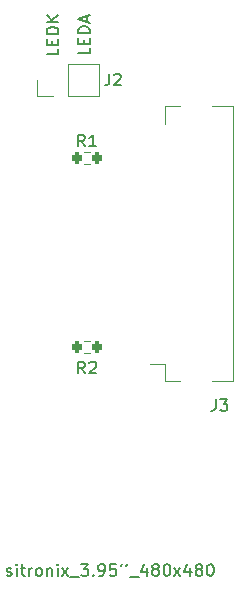
<source format=gbr>
%TF.GenerationSoftware,KiCad,Pcbnew,(6.0.9)*%
%TF.CreationDate,2022-11-21T20:56:18+08:00*%
%TF.ProjectId,Sitronix_3.95''_480x480,53697472-6f6e-4697-985f-332e39352727,rev?*%
%TF.SameCoordinates,Original*%
%TF.FileFunction,Legend,Top*%
%TF.FilePolarity,Positive*%
%FSLAX46Y46*%
G04 Gerber Fmt 4.6, Leading zero omitted, Abs format (unit mm)*
G04 Created by KiCad (PCBNEW (6.0.9)) date 2022-11-21 20:56:18*
%MOMM*%
%LPD*%
G01*
G04 APERTURE LIST*
G04 Aperture macros list*
%AMRoundRect*
0 Rectangle with rounded corners*
0 $1 Rounding radius*
0 $2 $3 $4 $5 $6 $7 $8 $9 X,Y pos of 4 corners*
0 Add a 4 corners polygon primitive as box body*
4,1,4,$2,$3,$4,$5,$6,$7,$8,$9,$2,$3,0*
0 Add four circle primitives for the rounded corners*
1,1,$1+$1,$2,$3*
1,1,$1+$1,$4,$5*
1,1,$1+$1,$6,$7*
1,1,$1+$1,$8,$9*
0 Add four rect primitives between the rounded corners*
20,1,$1+$1,$2,$3,$4,$5,0*
20,1,$1+$1,$4,$5,$6,$7,0*
20,1,$1+$1,$6,$7,$8,$9,0*
20,1,$1+$1,$8,$9,$2,$3,0*%
G04 Aperture macros list end*
%ADD10C,0.150000*%
%ADD11C,0.120000*%
%ADD12R,1.300000X0.300000*%
%ADD13R,2.200000X1.800000*%
%ADD14RoundRect,0.200000X0.200000X0.275000X-0.200000X0.275000X-0.200000X-0.275000X0.200000X-0.275000X0*%
%ADD15RoundRect,0.200000X-0.200000X-0.275000X0.200000X-0.275000X0.200000X0.275000X-0.200000X0.275000X0*%
%ADD16R,1.700000X1.700000*%
%ADD17O,1.700000X1.700000*%
G04 APERTURE END LIST*
D10*
X86996095Y-114831761D02*
X87091333Y-114879380D01*
X87281809Y-114879380D01*
X87377047Y-114831761D01*
X87424666Y-114736523D01*
X87424666Y-114688904D01*
X87377047Y-114593666D01*
X87281809Y-114546047D01*
X87138952Y-114546047D01*
X87043714Y-114498428D01*
X86996095Y-114403190D01*
X86996095Y-114355571D01*
X87043714Y-114260333D01*
X87138952Y-114212714D01*
X87281809Y-114212714D01*
X87377047Y-114260333D01*
X87853238Y-114879380D02*
X87853238Y-114212714D01*
X87853238Y-113879380D02*
X87805619Y-113927000D01*
X87853238Y-113974619D01*
X87900857Y-113927000D01*
X87853238Y-113879380D01*
X87853238Y-113974619D01*
X88186571Y-114212714D02*
X88567523Y-114212714D01*
X88329428Y-113879380D02*
X88329428Y-114736523D01*
X88377047Y-114831761D01*
X88472285Y-114879380D01*
X88567523Y-114879380D01*
X88900857Y-114879380D02*
X88900857Y-114212714D01*
X88900857Y-114403190D02*
X88948476Y-114307952D01*
X88996095Y-114260333D01*
X89091333Y-114212714D01*
X89186571Y-114212714D01*
X89662761Y-114879380D02*
X89567523Y-114831761D01*
X89519904Y-114784142D01*
X89472285Y-114688904D01*
X89472285Y-114403190D01*
X89519904Y-114307952D01*
X89567523Y-114260333D01*
X89662761Y-114212714D01*
X89805619Y-114212714D01*
X89900857Y-114260333D01*
X89948476Y-114307952D01*
X89996095Y-114403190D01*
X89996095Y-114688904D01*
X89948476Y-114784142D01*
X89900857Y-114831761D01*
X89805619Y-114879380D01*
X89662761Y-114879380D01*
X90424666Y-114212714D02*
X90424666Y-114879380D01*
X90424666Y-114307952D02*
X90472285Y-114260333D01*
X90567523Y-114212714D01*
X90710380Y-114212714D01*
X90805619Y-114260333D01*
X90853238Y-114355571D01*
X90853238Y-114879380D01*
X91329428Y-114879380D02*
X91329428Y-114212714D01*
X91329428Y-113879380D02*
X91281809Y-113927000D01*
X91329428Y-113974619D01*
X91377047Y-113927000D01*
X91329428Y-113879380D01*
X91329428Y-113974619D01*
X91710380Y-114879380D02*
X92234190Y-114212714D01*
X91710380Y-114212714D02*
X92234190Y-114879380D01*
X92377047Y-114974619D02*
X93138952Y-114974619D01*
X93281809Y-113879380D02*
X93900857Y-113879380D01*
X93567523Y-114260333D01*
X93710380Y-114260333D01*
X93805619Y-114307952D01*
X93853238Y-114355571D01*
X93900857Y-114450809D01*
X93900857Y-114688904D01*
X93853238Y-114784142D01*
X93805619Y-114831761D01*
X93710380Y-114879380D01*
X93424666Y-114879380D01*
X93329428Y-114831761D01*
X93281809Y-114784142D01*
X94329428Y-114784142D02*
X94377047Y-114831761D01*
X94329428Y-114879380D01*
X94281809Y-114831761D01*
X94329428Y-114784142D01*
X94329428Y-114879380D01*
X94853238Y-114879380D02*
X95043714Y-114879380D01*
X95138952Y-114831761D01*
X95186571Y-114784142D01*
X95281809Y-114641285D01*
X95329428Y-114450809D01*
X95329428Y-114069857D01*
X95281809Y-113974619D01*
X95234190Y-113927000D01*
X95138952Y-113879380D01*
X94948476Y-113879380D01*
X94853238Y-113927000D01*
X94805619Y-113974619D01*
X94758000Y-114069857D01*
X94758000Y-114307952D01*
X94805619Y-114403190D01*
X94853238Y-114450809D01*
X94948476Y-114498428D01*
X95138952Y-114498428D01*
X95234190Y-114450809D01*
X95281809Y-114403190D01*
X95329428Y-114307952D01*
X96234190Y-113879380D02*
X95758000Y-113879380D01*
X95710380Y-114355571D01*
X95758000Y-114307952D01*
X95853238Y-114260333D01*
X96091333Y-114260333D01*
X96186571Y-114307952D01*
X96234190Y-114355571D01*
X96281809Y-114450809D01*
X96281809Y-114688904D01*
X96234190Y-114784142D01*
X96186571Y-114831761D01*
X96091333Y-114879380D01*
X95853238Y-114879380D01*
X95758000Y-114831761D01*
X95710380Y-114784142D01*
X96758000Y-113879380D02*
X96662761Y-114069857D01*
X97234190Y-113879380D02*
X97138952Y-114069857D01*
X97424666Y-114974619D02*
X98186571Y-114974619D01*
X98853238Y-114212714D02*
X98853238Y-114879380D01*
X98615142Y-113831761D02*
X98377047Y-114546047D01*
X98996095Y-114546047D01*
X99519904Y-114307952D02*
X99424666Y-114260333D01*
X99377047Y-114212714D01*
X99329428Y-114117476D01*
X99329428Y-114069857D01*
X99377047Y-113974619D01*
X99424666Y-113927000D01*
X99519904Y-113879380D01*
X99710380Y-113879380D01*
X99805619Y-113927000D01*
X99853238Y-113974619D01*
X99900857Y-114069857D01*
X99900857Y-114117476D01*
X99853238Y-114212714D01*
X99805619Y-114260333D01*
X99710380Y-114307952D01*
X99519904Y-114307952D01*
X99424666Y-114355571D01*
X99377047Y-114403190D01*
X99329428Y-114498428D01*
X99329428Y-114688904D01*
X99377047Y-114784142D01*
X99424666Y-114831761D01*
X99519904Y-114879380D01*
X99710380Y-114879380D01*
X99805619Y-114831761D01*
X99853238Y-114784142D01*
X99900857Y-114688904D01*
X99900857Y-114498428D01*
X99853238Y-114403190D01*
X99805619Y-114355571D01*
X99710380Y-114307952D01*
X100519904Y-113879380D02*
X100615142Y-113879380D01*
X100710380Y-113927000D01*
X100757999Y-113974619D01*
X100805619Y-114069857D01*
X100853238Y-114260333D01*
X100853238Y-114498428D01*
X100805619Y-114688904D01*
X100757999Y-114784142D01*
X100710380Y-114831761D01*
X100615142Y-114879380D01*
X100519904Y-114879380D01*
X100424666Y-114831761D01*
X100377047Y-114784142D01*
X100329428Y-114688904D01*
X100281809Y-114498428D01*
X100281809Y-114260333D01*
X100329428Y-114069857D01*
X100377047Y-113974619D01*
X100424666Y-113927000D01*
X100519904Y-113879380D01*
X101186571Y-114879380D02*
X101710380Y-114212714D01*
X101186571Y-114212714D02*
X101710380Y-114879380D01*
X102519904Y-114212714D02*
X102519904Y-114879380D01*
X102281809Y-113831761D02*
X102043714Y-114546047D01*
X102662761Y-114546047D01*
X103186571Y-114307952D02*
X103091333Y-114260333D01*
X103043714Y-114212714D01*
X102996095Y-114117476D01*
X102996095Y-114069857D01*
X103043714Y-113974619D01*
X103091333Y-113927000D01*
X103186571Y-113879380D01*
X103377047Y-113879380D01*
X103472285Y-113927000D01*
X103519904Y-113974619D01*
X103567523Y-114069857D01*
X103567523Y-114117476D01*
X103519904Y-114212714D01*
X103472285Y-114260333D01*
X103377047Y-114307952D01*
X103186571Y-114307952D01*
X103091333Y-114355571D01*
X103043714Y-114403190D01*
X102996095Y-114498428D01*
X102996095Y-114688904D01*
X103043714Y-114784142D01*
X103091333Y-114831761D01*
X103186571Y-114879380D01*
X103377047Y-114879380D01*
X103472285Y-114831761D01*
X103519904Y-114784142D01*
X103567523Y-114688904D01*
X103567523Y-114498428D01*
X103519904Y-114403190D01*
X103472285Y-114355571D01*
X103377047Y-114307952D01*
X104186571Y-113879380D02*
X104281809Y-113879380D01*
X104377047Y-113927000D01*
X104424666Y-113974619D01*
X104472285Y-114069857D01*
X104519904Y-114260333D01*
X104519904Y-114498428D01*
X104472285Y-114688904D01*
X104424666Y-114784142D01*
X104377047Y-114831761D01*
X104281809Y-114879380D01*
X104186571Y-114879380D01*
X104091333Y-114831761D01*
X104043714Y-114784142D01*
X103996095Y-114688904D01*
X103948476Y-114498428D01*
X103948476Y-114260333D01*
X103996095Y-114069857D01*
X104043714Y-113974619D01*
X104091333Y-113927000D01*
X104186571Y-113879380D01*
X94051380Y-70159428D02*
X94051380Y-70635619D01*
X93051380Y-70635619D01*
X93527571Y-69826095D02*
X93527571Y-69492761D01*
X94051380Y-69349904D02*
X94051380Y-69826095D01*
X93051380Y-69826095D01*
X93051380Y-69349904D01*
X94051380Y-68921333D02*
X93051380Y-68921333D01*
X93051380Y-68683238D01*
X93099000Y-68540380D01*
X93194238Y-68445142D01*
X93289476Y-68397523D01*
X93479952Y-68349904D01*
X93622809Y-68349904D01*
X93813285Y-68397523D01*
X93908523Y-68445142D01*
X94003761Y-68540380D01*
X94051380Y-68683238D01*
X94051380Y-68921333D01*
X93765666Y-67968952D02*
X93765666Y-67492761D01*
X94051380Y-68064190D02*
X93051380Y-67730857D01*
X94051380Y-67397523D01*
X91384380Y-70230857D02*
X91384380Y-70707047D01*
X90384380Y-70707047D01*
X90860571Y-69897523D02*
X90860571Y-69564190D01*
X91384380Y-69421333D02*
X91384380Y-69897523D01*
X90384380Y-69897523D01*
X90384380Y-69421333D01*
X91384380Y-68992761D02*
X90384380Y-68992761D01*
X90384380Y-68754666D01*
X90432000Y-68611809D01*
X90527238Y-68516571D01*
X90622476Y-68468952D01*
X90812952Y-68421333D01*
X90955809Y-68421333D01*
X91146285Y-68468952D01*
X91241523Y-68516571D01*
X91336761Y-68611809D01*
X91384380Y-68754666D01*
X91384380Y-68992761D01*
X91384380Y-67992761D02*
X90384380Y-67992761D01*
X91384380Y-67421333D02*
X90812952Y-67849904D01*
X90384380Y-67421333D02*
X90955809Y-67992761D01*
%TO.C,J3*%
X104695666Y-99909380D02*
X104695666Y-100623666D01*
X104648047Y-100766523D01*
X104552809Y-100861761D01*
X104409952Y-100909380D01*
X104314714Y-100909380D01*
X105076619Y-99909380D02*
X105695666Y-99909380D01*
X105362333Y-100290333D01*
X105505190Y-100290333D01*
X105600428Y-100337952D01*
X105648047Y-100385571D01*
X105695666Y-100480809D01*
X105695666Y-100718904D01*
X105648047Y-100814142D01*
X105600428Y-100861761D01*
X105505190Y-100909380D01*
X105219476Y-100909380D01*
X105124238Y-100861761D01*
X105076619Y-100814142D01*
%TO.C,R2*%
X93630333Y-97734380D02*
X93297000Y-97258190D01*
X93058904Y-97734380D02*
X93058904Y-96734380D01*
X93439857Y-96734380D01*
X93535095Y-96782000D01*
X93582714Y-96829619D01*
X93630333Y-96924857D01*
X93630333Y-97067714D01*
X93582714Y-97162952D01*
X93535095Y-97210571D01*
X93439857Y-97258190D01*
X93058904Y-97258190D01*
X94011285Y-96829619D02*
X94058904Y-96782000D01*
X94154142Y-96734380D01*
X94392238Y-96734380D01*
X94487476Y-96782000D01*
X94535095Y-96829619D01*
X94582714Y-96924857D01*
X94582714Y-97020095D01*
X94535095Y-97162952D01*
X93963666Y-97734380D01*
X94582714Y-97734380D01*
%TO.C,R1*%
X93630333Y-78513380D02*
X93297000Y-78037190D01*
X93058904Y-78513380D02*
X93058904Y-77513380D01*
X93439857Y-77513380D01*
X93535095Y-77561000D01*
X93582714Y-77608619D01*
X93630333Y-77703857D01*
X93630333Y-77846714D01*
X93582714Y-77941952D01*
X93535095Y-77989571D01*
X93439857Y-78037190D01*
X93058904Y-78037190D01*
X94582714Y-78513380D02*
X94011285Y-78513380D01*
X94297000Y-78513380D02*
X94297000Y-77513380D01*
X94201761Y-77656238D01*
X94106523Y-77751476D01*
X94011285Y-77799095D01*
%TO.C,J2*%
X95678666Y-72350380D02*
X95678666Y-73064666D01*
X95631047Y-73207523D01*
X95535809Y-73302761D01*
X95392952Y-73350380D01*
X95297714Y-73350380D01*
X96107238Y-72445619D02*
X96154857Y-72398000D01*
X96250095Y-72350380D01*
X96488190Y-72350380D01*
X96583428Y-72398000D01*
X96631047Y-72445619D01*
X96678666Y-72540857D01*
X96678666Y-72636095D01*
X96631047Y-72778952D01*
X96059619Y-73350380D01*
X96678666Y-73350380D01*
D11*
%TO.C,J3*%
X100366000Y-96901000D02*
X100366000Y-98391000D01*
X106166000Y-98391000D02*
X106166000Y-75091000D01*
X100366000Y-75091000D02*
X101706000Y-75091000D01*
X106166000Y-75091000D02*
X104426000Y-75091000D01*
X100366000Y-98391000D02*
X101706000Y-98391000D01*
X100366000Y-76581000D02*
X100366000Y-75091000D01*
X104426000Y-98391000D02*
X106166000Y-98391000D01*
X100366000Y-96901000D02*
X99166000Y-96901000D01*
%TO.C,R2*%
X94034258Y-94968500D02*
X93559742Y-94968500D01*
X94034258Y-96013500D02*
X93559742Y-96013500D01*
%TO.C,R1*%
X93559742Y-80013500D02*
X94034258Y-80013500D01*
X93559742Y-78968500D02*
X94034258Y-78968500D01*
%TO.C,J2*%
X90927000Y-74228000D02*
X89597000Y-74228000D01*
X94797000Y-74228000D02*
X94797000Y-71568000D01*
X92197000Y-74228000D02*
X94797000Y-74228000D01*
X92197000Y-74228000D02*
X92197000Y-71568000D01*
X89597000Y-74228000D02*
X89597000Y-72898000D01*
X92197000Y-71568000D02*
X94797000Y-71568000D01*
%TD*%
%LPC*%
D12*
%TO.C,J3*%
X99816000Y-96491000D03*
X99816000Y-95991000D03*
X99816000Y-95491000D03*
X99816000Y-94991000D03*
X99816000Y-94491000D03*
X99816000Y-93991000D03*
X99816000Y-93491000D03*
X99816000Y-92991000D03*
X99816000Y-92491000D03*
X99816000Y-91991000D03*
X99816000Y-91491000D03*
X99816000Y-90991000D03*
X99816000Y-90491000D03*
X99816000Y-89991000D03*
X99816000Y-89491000D03*
X99816000Y-88991000D03*
X99816000Y-88491000D03*
X99816000Y-87991000D03*
X99816000Y-87491000D03*
X99816000Y-86991000D03*
X99816000Y-86491000D03*
X99816000Y-85991000D03*
X99816000Y-85491000D03*
X99816000Y-84991000D03*
X99816000Y-84491000D03*
X99816000Y-83991000D03*
X99816000Y-83491000D03*
X99816000Y-82991000D03*
X99816000Y-82491000D03*
X99816000Y-81991000D03*
X99816000Y-81491000D03*
X99816000Y-80991000D03*
X99816000Y-80491000D03*
X99816000Y-79991000D03*
X99816000Y-79491000D03*
X99816000Y-78991000D03*
X99816000Y-78491000D03*
X99816000Y-77991000D03*
X99816000Y-77491000D03*
X99816000Y-76991000D03*
D13*
X103066000Y-75091000D03*
X103066000Y-98391000D03*
%TD*%
D14*
%TO.C,R2*%
X94622000Y-95491000D03*
X92972000Y-95491000D03*
%TD*%
D15*
%TO.C,R1*%
X92972000Y-79491000D03*
X94622000Y-79491000D03*
%TD*%
D16*
%TO.C,J2*%
X90927000Y-72898000D03*
D17*
X93467000Y-72898000D03*
%TD*%
D16*
%TO.C,J1*%
X80538000Y-64800000D03*
D17*
X83078000Y-64800000D03*
X80538000Y-67340000D03*
X83078000Y-67340000D03*
X80538000Y-69880000D03*
X83078000Y-69880000D03*
X80538000Y-72420000D03*
X83078000Y-72420000D03*
X80538000Y-74960000D03*
X83078000Y-74960000D03*
X80538000Y-77500000D03*
X83078000Y-77500000D03*
X80538000Y-80040000D03*
X83078000Y-80040000D03*
X80538000Y-82580000D03*
X83078000Y-82580000D03*
X80538000Y-85120000D03*
X83078000Y-85120000D03*
X80538000Y-87660000D03*
X83078000Y-87660000D03*
X80538000Y-90200000D03*
X83078000Y-90200000D03*
X80538000Y-92740000D03*
X83078000Y-92740000D03*
X80538000Y-95280000D03*
X83078000Y-95280000D03*
X80538000Y-97820000D03*
X83078000Y-97820000D03*
X80538000Y-100360000D03*
X83078000Y-100360000D03*
X80538000Y-102900000D03*
X83078000Y-102900000D03*
X80538000Y-105440000D03*
X83078000Y-105440000D03*
X80538000Y-107980000D03*
X83078000Y-107980000D03*
X80538000Y-110520000D03*
X83078000Y-110520000D03*
X80538000Y-113060000D03*
X83078000Y-113060000D03*
%TD*%
M02*

</source>
